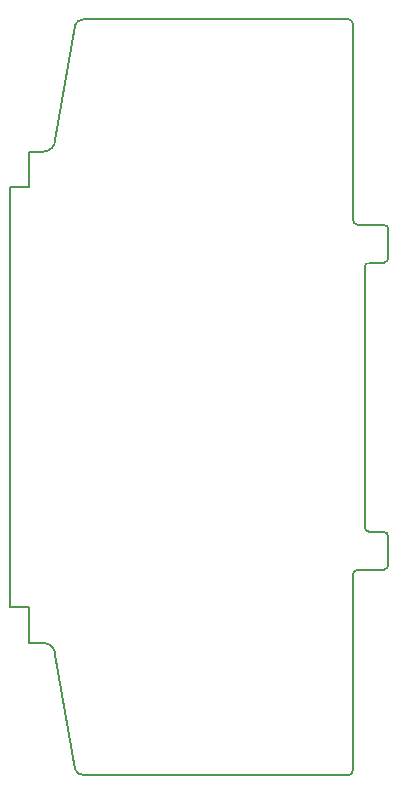
<source format=gm1>
G04 #@! TF.GenerationSoftware,KiCad,Pcbnew,(5.1.9)-1*
G04 #@! TF.CreationDate,2023-01-31T21:08:26+01:00*
G04 #@! TF.ProjectId,Side,53696465-2e6b-4696-9361-645f70636258,rev?*
G04 #@! TF.SameCoordinates,PXd59f80PYd59f80*
G04 #@! TF.FileFunction,Profile,NP*
%FSLAX46Y46*%
G04 Gerber Fmt 4.6, Leading zero omitted, Abs format (unit mm)*
G04 Created by KiCad (PCBNEW (5.1.9)-1) date 2023-01-31 21:08:26*
%MOMM*%
%LPD*%
G01*
G04 APERTURE LIST*
G04 #@! TA.AperFunction,Profile*
%ADD10C,0.150000*%
G04 #@! TD*
G04 APERTURE END LIST*
D10*
X0Y-14200000D02*
X1600000Y-14200000D01*
X1600000Y-11200000D02*
X2800000Y-11200000D01*
X5441053Y-547018D02*
X3800000Y-10200000D01*
X5441053Y-547018D02*
G75*
G02*
X6200000Y0I758947J-252982D01*
G01*
X1600000Y-14200000D02*
X1600000Y-11200000D01*
X2800000Y-11200000D02*
G75*
G03*
X3800000Y-10200000I0J1000000D01*
G01*
X2800000Y-52800000D02*
G75*
G02*
X3800000Y-53800000I0J-1000000D01*
G01*
X30400000Y-20600000D02*
G75*
G03*
X30000000Y-21000000I0J-400000D01*
G01*
X30400000Y-20600000D02*
X31600000Y-20600000D01*
X31600000Y-20600000D02*
G75*
G03*
X32000000Y-20200000I0J400000D01*
G01*
X29400000Y-17400000D02*
X31600000Y-17400000D01*
X32000000Y-17800000D02*
G75*
G03*
X31600000Y-17400000I-400000J0D01*
G01*
X29000000Y-400000D02*
G75*
G03*
X28600000Y0I-400000J0D01*
G01*
X29000000Y-17000000D02*
G75*
G03*
X29400000Y-17400000I400000J0D01*
G01*
X29000000Y-17000000D02*
X29000000Y-400000D01*
X32000000Y-20200000D02*
X32000000Y-17800000D01*
X30400000Y-43400000D02*
X31600000Y-43400000D01*
X30000000Y-21000000D02*
X30000000Y-43000000D01*
X30400000Y-43400000D02*
G75*
G02*
X30000000Y-43000000I0J400000D01*
G01*
X31600000Y-43400000D02*
G75*
G02*
X32000000Y-43800000I0J-400000D01*
G01*
X29000000Y-63600000D02*
G75*
G02*
X28600000Y-64000000I-400000J0D01*
G01*
X32000000Y-46200000D02*
G75*
G02*
X31600000Y-46600000I-400000J0D01*
G01*
X29400000Y-46600000D02*
X31600000Y-46600000D01*
X29000000Y-47000000D02*
G75*
G02*
X29400000Y-46600000I400000J0D01*
G01*
X29000000Y-47000000D02*
X29000000Y-63600000D01*
X0Y-49800000D02*
X0Y-14200000D01*
X0Y-49800000D02*
X1600000Y-49800000D01*
X1600000Y-49800000D02*
X1600000Y-52800000D01*
X1600000Y-52800000D02*
X2800000Y-52800000D01*
X5441053Y-63452982D02*
X3800000Y-53800000D01*
X28600000Y-64000000D02*
X6200000Y-64000000D01*
X5441053Y-63452982D02*
G75*
G03*
X6200000Y-64000000I758947J252982D01*
G01*
X28600000Y0D02*
X6200000Y0D01*
X32000000Y-43800000D02*
X32000000Y-46200000D01*
M02*

</source>
